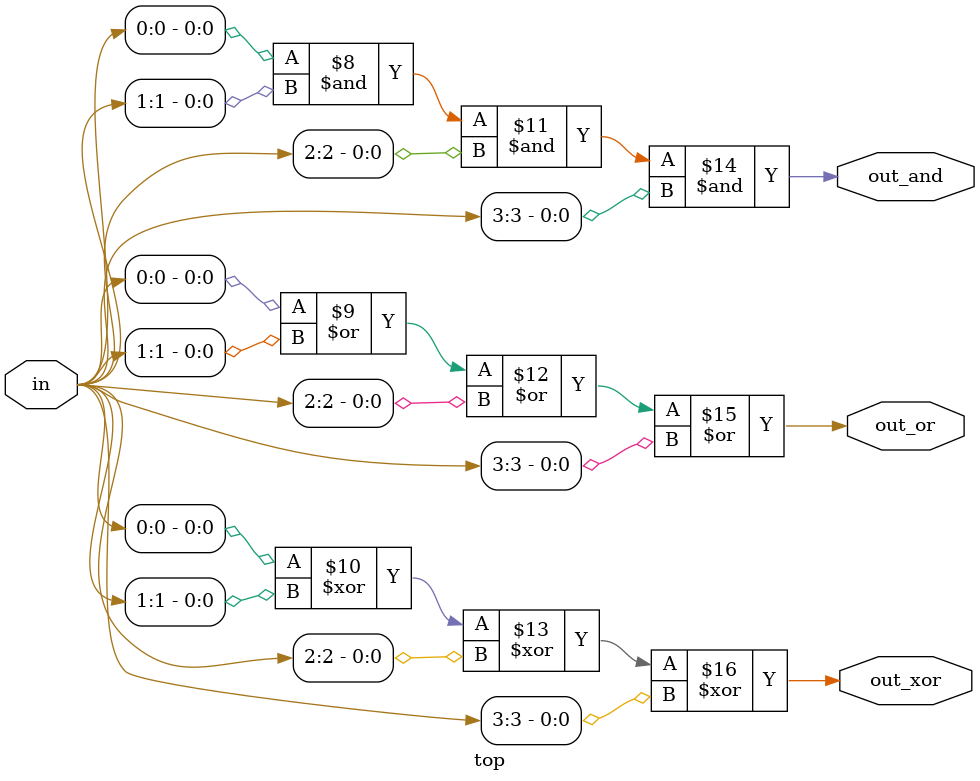
<source format=sv>
module top (
    input [3:0] in,
    output reg out_and,
    output reg out_or,
    output reg out_xor
);

always @(*) begin
    out_and = 1'b1;
    out_or = 1'b0;
    out_xor = 1'b0;
    
    for (int i = 0; i < 4; i++) begin
        out_and = out_and & in[i];
        out_or = out_or | in[i];
        out_xor = out_xor ^ in[i];
    end
end

endmodule

</source>
